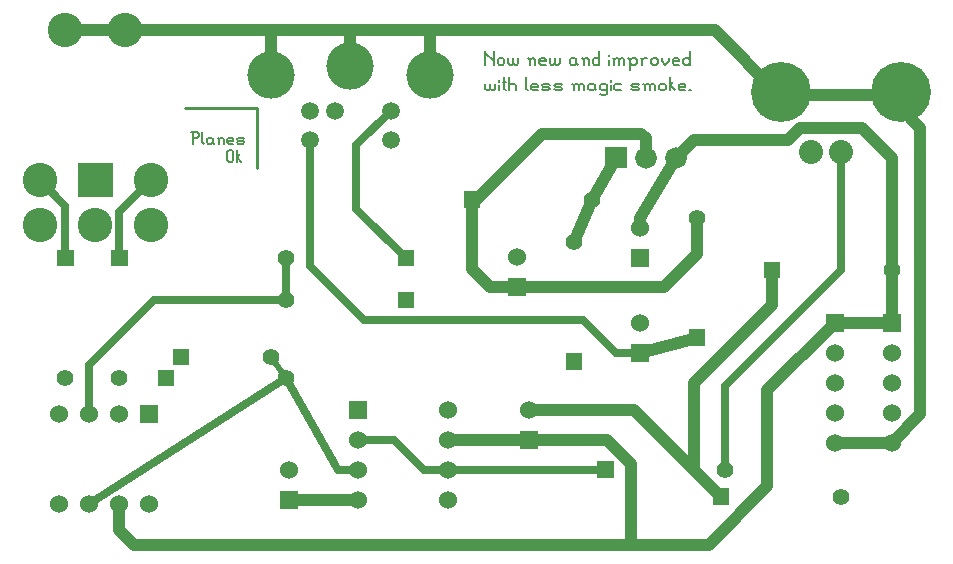
<source format=gbr>
G04 start of page 2 for group 0 idx 0 *
G04 Title: (unknown), component *
G04 Creator: pcb 20110918 *
G04 CreationDate: Fri Dec 20 22:34:44 2013 UTC *
G04 For: fosse *
G04 Format: Gerber/RS-274X *
G04 PCB-Dimensions: 316500 193500 *
G04 PCB-Coordinate-Origin: lower left *
%MOIN*%
%FSLAX25Y25*%
%LNTOP*%
%ADD30C,0.1250*%
%ADD29C,0.0280*%
%ADD28C,0.0380*%
%ADD27C,0.0420*%
%ADD26C,0.0350*%
%ADD25C,0.0860*%
%ADD24C,0.0591*%
%ADD23C,0.1575*%
%ADD22C,0.1150*%
%ADD21C,0.0550*%
%ADD20C,0.0600*%
%ADD19C,0.0720*%
%ADD18C,0.0001*%
%ADD17C,0.0800*%
%ADD16C,0.2000*%
%ADD15C,0.0070*%
%ADD14C,0.0200*%
%ADD13C,0.0100*%
%ADD12C,0.0250*%
%ADD11C,0.0400*%
G54D11*X238500Y181000D02*X22000D01*
X143500D02*Y166008D01*
X143575Y165933D01*
X117000Y169083D02*Y181000D01*
X90425Y165933D02*Y180425D01*
X90500Y180500D01*
G54D12*X119000Y121500D02*Y142736D01*
X130386Y154122D01*
X103614Y144280D02*Y102386D01*
X135500Y105000D02*X119000Y121500D01*
X22000Y105000D02*Y122500D01*
X40000Y120500D02*X50500Y131000D01*
X40000Y105000D02*Y120500D01*
Y105000D02*Y105500D01*
G54D13*X62000Y155000D02*X86000D01*
Y135000D01*
G54D12*X22000Y122500D02*X13500Y131000D01*
G54D11*X213500Y118500D02*X225500Y138500D01*
X232500Y106500D02*Y118500D01*
X174500Y44500D02*X149500D01*
G54D12*X141500Y34500D02*X131500Y44500D01*
X119500D01*
X30000Y23000D02*X95500Y65000D01*
X30000Y53000D02*Y69500D01*
X51500Y91000D01*
X95500D01*
Y105000D02*Y91000D01*
G54D11*X210500Y36500D02*Y10000D01*
X135500Y9500D02*X236500D01*
X176500Y54500D02*X211500D01*
X176500Y44500D02*X202500D01*
X210500Y36500D01*
G54D12*X202000Y34500D02*X141500D01*
X121500Y84500D02*X194500D01*
G54D11*X157500Y101500D02*X163500Y95500D01*
X221500D01*
G54D12*X103614Y102386D02*X121500Y84500D01*
G54D11*X119500Y24500D02*X96500D01*
G54D14*X95500Y65000D02*X90500Y72000D01*
G54D12*X119500Y34500D02*X113000D01*
X95500Y65000D02*X113000Y34500D01*
G54D11*X40000Y23000D02*Y14500D01*
X45000Y9500D01*
X165500D01*
X300500Y159500D02*X260000D01*
X231500Y144500D02*X263000D01*
X267000Y148500D01*
X287500D01*
X260000Y159500D02*X238500Y181000D01*
X297500Y138500D02*Y83500D01*
X278500D02*X297500D01*
X287500Y148500D02*X297500Y138500D01*
G54D12*X280500Y140500D02*Y101000D01*
G54D11*X278500Y83500D02*X256000Y61000D01*
X300500Y159500D02*Y155000D01*
X307000Y148500D01*
Y53000D01*
X159000Y124500D02*X181000Y146500D01*
X157500Y124500D02*X159000D01*
X191500Y110500D02*X197500Y124500D01*
X213500Y115000D02*Y118500D01*
X181000Y146500D02*X214000D01*
X197500Y124500D02*X205500Y138500D01*
X215500Y145000D02*Y138500D01*
X225500D02*X231500Y144500D01*
X214000Y146500D02*X215500Y145000D01*
X157500Y124500D02*Y101500D01*
X307000Y53000D02*X297500Y43500D01*
X213500Y73500D02*X232500Y78500D01*
X221500Y95500D02*X232500Y106500D01*
G54D12*X213500Y73500D02*X205500D01*
X194500Y84500D01*
G54D11*X257500Y89500D02*Y101000D01*
Y89500D02*X231500Y63500D01*
G54D12*X280500Y101000D02*X242000Y62500D01*
G54D11*X236500Y9500D02*X256000Y29000D01*
X211500Y54500D02*X240500Y25500D01*
X231500Y34500D02*X240500Y25500D01*
X256000Y29000D02*Y61000D01*
X231500Y63500D02*Y34500D01*
G54D12*X242000Y62500D02*Y34500D01*
G54D11*X278500Y43500D02*X297500D01*
G54D15*X64495Y147010D02*Y143050D01*
X64000Y147010D02*X65980D01*
X66475Y146515D01*
Y145525D01*
X65980Y145030D02*X66475Y145525D01*
X64495Y145030D02*X65980D01*
X67663Y147010D02*Y143545D01*
X68158Y143050D01*
X70633Y145030D02*X71128Y144535D01*
X69643Y145030D02*X70633D01*
X69148Y144535D02*X69643Y145030D01*
X69148Y144535D02*Y143545D01*
X69643Y143050D01*
X71128Y145030D02*Y143545D01*
X71623Y143050D01*
X69643D02*X70633D01*
X71128Y143545D01*
X73306Y144535D02*Y143050D01*
Y144535D02*X73801Y145030D01*
X74296D01*
X74791Y144535D01*
Y143050D01*
X72811Y145030D02*X73306Y144535D01*
X76474Y143050D02*X77959D01*
X75979Y143545D02*X76474Y143050D01*
X75979Y144535D02*Y143545D01*
Y144535D02*X76474Y145030D01*
X77464D01*
X77959Y144535D01*
X75979Y144040D02*X77959D01*
Y144535D02*Y144040D01*
X79642Y143050D02*X81127D01*
X81622Y143545D01*
X81127Y144040D02*X81622Y143545D01*
X79642Y144040D02*X81127D01*
X79147Y144535D02*X79642Y144040D01*
X79147Y144535D02*X79642Y145030D01*
X81127D01*
X81622Y144535D01*
X79147Y143545D02*X79642Y143050D01*
X76000Y140515D02*Y137545D01*
Y140515D02*X76495Y141010D01*
X77485D01*
X77980Y140515D01*
Y137545D01*
X77485Y137050D02*X77980Y137545D01*
X76495Y137050D02*X77485D01*
X76000Y137545D02*X76495Y137050D01*
X79168Y141010D02*Y137050D01*
Y138535D02*X80653Y137050D01*
X79168Y138535D02*X80158Y139525D01*
X162000Y173890D02*Y169450D01*
Y173890D02*Y173335D01*
X164775Y170560D01*
Y173890D02*Y169450D01*
X166107Y171115D02*Y170005D01*
Y171115D02*X166662Y171670D01*
X167772D01*
X168327Y171115D01*
Y170005D01*
X167772Y169450D02*X168327Y170005D01*
X166662Y169450D02*X167772D01*
X166107Y170005D02*X166662Y169450D01*
X169659Y171670D02*Y170005D01*
X170214Y169450D01*
X170769D01*
X171324Y170005D01*
Y171670D02*Y170005D01*
X171879Y169450D01*
X172434D01*
X172989Y170005D01*
Y171670D02*Y170005D01*
X176874Y171115D02*Y169450D01*
Y171115D02*X177429Y171670D01*
X177984D01*
X178539Y171115D01*
Y169450D01*
X176319Y171670D02*X176874Y171115D01*
X180426Y169450D02*X182091D01*
X179871Y170005D02*X180426Y169450D01*
X179871Y171115D02*Y170005D01*
Y171115D02*X180426Y171670D01*
X181536D01*
X182091Y171115D01*
X179871Y170560D02*X182091D01*
Y171115D02*Y170560D01*
X183423Y171670D02*Y170005D01*
X183978Y169450D01*
X184533D01*
X185088Y170005D01*
Y171670D02*Y170005D01*
X185643Y169450D01*
X186198D01*
X186753Y170005D01*
Y171670D02*Y170005D01*
X191748Y171670D02*X192303Y171115D01*
X190638Y171670D02*X191748D01*
X190083Y171115D02*X190638Y171670D01*
X190083Y171115D02*Y170005D01*
X190638Y169450D01*
X192303Y171670D02*Y170005D01*
X192858Y169450D01*
X190638D02*X191748D01*
X192303Y170005D01*
X194745Y171115D02*Y169450D01*
Y171115D02*X195300Y171670D01*
X195855D01*
X196410Y171115D01*
Y169450D01*
X194190Y171670D02*X194745Y171115D01*
X199962Y173890D02*Y169450D01*
X199407D02*X199962Y170005D01*
X198297Y169450D02*X199407D01*
X197742Y170005D02*X198297Y169450D01*
X197742Y171115D02*Y170005D01*
Y171115D02*X198297Y171670D01*
X199407D01*
X199962Y171115D01*
X203292Y172780D02*Y172225D01*
Y171115D02*Y169450D01*
X204957Y171115D02*Y169450D01*
Y171115D02*X205512Y171670D01*
X206067D01*
X206622Y171115D01*
Y169450D01*
Y171115D02*X207177Y171670D01*
X207732D01*
X208287Y171115D01*
Y169450D01*
X204402Y171670D02*X204957Y171115D01*
X210174D02*Y167785D01*
X209619Y171670D02*X210174Y171115D01*
X210729Y171670D01*
X211839D01*
X212394Y171115D01*
Y170005D01*
X211839Y169450D02*X212394Y170005D01*
X210729Y169450D02*X211839D01*
X210174Y170005D02*X210729Y169450D01*
X214281Y171115D02*Y169450D01*
Y171115D02*X214836Y171670D01*
X215946D01*
X213726D02*X214281Y171115D01*
X217278D02*Y170005D01*
Y171115D02*X217833Y171670D01*
X218943D01*
X219498Y171115D01*
Y170005D01*
X218943Y169450D02*X219498Y170005D01*
X217833Y169450D02*X218943D01*
X217278Y170005D02*X217833Y169450D01*
X220830Y171670D02*Y170560D01*
X221940Y169450D01*
X223050Y170560D01*
Y171670D02*Y170560D01*
X224937Y169450D02*X226602D01*
X224382Y170005D02*X224937Y169450D01*
X224382Y171115D02*Y170005D01*
Y171115D02*X224937Y171670D01*
X226047D01*
X226602Y171115D01*
X224382Y170560D02*X226602D01*
Y171115D02*Y170560D01*
X230154Y173890D02*Y169450D01*
X229599D02*X230154Y170005D01*
X228489Y169450D02*X229599D01*
X227934Y170005D02*X228489Y169450D01*
X227934Y171115D02*Y170005D01*
Y171115D02*X228489Y171670D01*
X229599D01*
X230154Y171115D01*
X162000Y163170D02*Y161505D01*
X162555Y160950D01*
X163110D01*
X163665Y161505D01*
Y163170D02*Y161505D01*
X164220Y160950D01*
X164775D01*
X165330Y161505D01*
Y163170D02*Y161505D01*
X166662Y164280D02*Y163725D01*
Y162615D02*Y160950D01*
X168327Y165390D02*Y161505D01*
X168882Y160950D01*
X167772Y163725D02*X168882D01*
X169992Y165390D02*Y160950D01*
Y162615D02*X170547Y163170D01*
X171657D01*
X172212Y162615D01*
Y160950D01*
X175542Y165390D02*Y161505D01*
X176097Y160950D01*
X177762D02*X179427D01*
X177207Y161505D02*X177762Y160950D01*
X177207Y162615D02*Y161505D01*
Y162615D02*X177762Y163170D01*
X178872D01*
X179427Y162615D01*
X177207Y162060D02*X179427D01*
Y162615D02*Y162060D01*
X181314Y160950D02*X182979D01*
X183534Y161505D01*
X182979Y162060D02*X183534Y161505D01*
X181314Y162060D02*X182979D01*
X180759Y162615D02*X181314Y162060D01*
X180759Y162615D02*X181314Y163170D01*
X182979D01*
X183534Y162615D01*
X180759Y161505D02*X181314Y160950D01*
X185421D02*X187086D01*
X187641Y161505D01*
X187086Y162060D02*X187641Y161505D01*
X185421Y162060D02*X187086D01*
X184866Y162615D02*X185421Y162060D01*
X184866Y162615D02*X185421Y163170D01*
X187086D01*
X187641Y162615D01*
X184866Y161505D02*X185421Y160950D01*
X191526Y162615D02*Y160950D01*
Y162615D02*X192081Y163170D01*
X192636D01*
X193191Y162615D01*
Y160950D01*
Y162615D02*X193746Y163170D01*
X194301D01*
X194856Y162615D01*
Y160950D01*
X190971Y163170D02*X191526Y162615D01*
X197853Y163170D02*X198408Y162615D01*
X196743Y163170D02*X197853D01*
X196188Y162615D02*X196743Y163170D01*
X196188Y162615D02*Y161505D01*
X196743Y160950D01*
X198408Y163170D02*Y161505D01*
X198963Y160950D01*
X196743D02*X197853D01*
X198408Y161505D01*
X201960Y163170D02*X202515Y162615D01*
X200850Y163170D02*X201960D01*
X200295Y162615D02*X200850Y163170D01*
X200295Y162615D02*Y161505D01*
X200850Y160950D01*
X201960D01*
X202515Y161505D01*
X200295Y159840D02*X200850Y159285D01*
X201960D01*
X202515Y159840D01*
Y163170D02*Y159840D01*
X203847Y164280D02*Y163725D01*
Y162615D02*Y160950D01*
X205512Y163170D02*X207177D01*
X204957Y162615D02*X205512Y163170D01*
X204957Y162615D02*Y161505D01*
X205512Y160950D01*
X207177D01*
X211062D02*X212727D01*
X213282Y161505D01*
X212727Y162060D02*X213282Y161505D01*
X211062Y162060D02*X212727D01*
X210507Y162615D02*X211062Y162060D01*
X210507Y162615D02*X211062Y163170D01*
X212727D01*
X213282Y162615D01*
X210507Y161505D02*X211062Y160950D01*
X215169Y162615D02*Y160950D01*
Y162615D02*X215724Y163170D01*
X216279D01*
X216834Y162615D01*
Y160950D01*
Y162615D02*X217389Y163170D01*
X217944D01*
X218499Y162615D01*
Y160950D01*
X214614Y163170D02*X215169Y162615D01*
X219831D02*Y161505D01*
Y162615D02*X220386Y163170D01*
X221496D01*
X222051Y162615D01*
Y161505D01*
X221496Y160950D02*X222051Y161505D01*
X220386Y160950D02*X221496D01*
X219831Y161505D02*X220386Y160950D01*
X223383Y165390D02*Y160950D01*
Y162615D02*X225048Y160950D01*
X223383Y162615D02*X224493Y163725D01*
X226935Y160950D02*X228600D01*
X226380Y161505D02*X226935Y160950D01*
X226380Y162615D02*Y161505D01*
Y162615D02*X226935Y163170D01*
X228045D01*
X228600Y162615D01*
X226380Y162060D02*X228600D01*
Y162615D02*Y162060D01*
X229932Y160950D02*X230487D01*
G54D16*X260500Y160500D03*
X300500D03*
G54D17*X270500Y140500D03*
X280500D03*
G54D18*G36*
X201900Y142100D02*Y134900D01*
X209100D01*
Y142100D01*
X201900D01*
G37*
G54D19*X215500Y138500D03*
X225500D03*
G54D18*G36*
X188750Y73250D02*Y67750D01*
X194250D01*
Y73250D01*
X188750D01*
G37*
G54D20*X176500Y54500D03*
G54D18*G36*
X199250Y37250D02*Y31750D01*
X204750D01*
Y37250D01*
X199250D01*
G37*
G54D21*X242000Y34500D03*
G54D18*G36*
X237750Y28250D02*Y22750D01*
X243250D01*
Y28250D01*
X237750D01*
G37*
G54D21*X197500Y124500D03*
G54D18*G36*
X210500Y108000D02*Y102000D01*
X216500D01*
Y108000D01*
X210500D01*
G37*
G54D20*X213500Y115000D03*
G54D21*X232500Y118500D03*
G54D18*G36*
X254750Y103750D02*Y98250D01*
X260250D01*
Y103750D01*
X254750D01*
G37*
G36*
X294500Y86500D02*Y80500D01*
X300500D01*
Y86500D01*
X294500D01*
G37*
G36*
X229750Y81250D02*Y75750D01*
X235250D01*
Y81250D01*
X229750D01*
G37*
G36*
X210500Y76500D02*Y70500D01*
X216500D01*
Y76500D01*
X210500D01*
G37*
G54D20*X213500Y83500D03*
G54D18*G36*
X275500Y86500D02*Y80500D01*
X281500D01*
Y86500D01*
X275500D01*
G37*
G54D20*X278500Y73500D03*
X297500D03*
G54D21*Y101000D03*
G54D20*Y63500D03*
Y53500D03*
Y43500D03*
X278500Y63500D03*
Y53500D03*
Y43500D03*
G54D21*X280500Y25500D03*
G54D18*G36*
X93500Y27500D02*Y21500D01*
X99500D01*
Y27500D01*
X93500D01*
G37*
G54D20*X20000Y23000D03*
X30000D03*
X40000D03*
X50000D03*
X119500Y24500D03*
X96500Y34500D03*
X119500Y44500D03*
Y34500D03*
G54D18*G36*
X37250Y107750D02*Y102250D01*
X42750D01*
Y107750D01*
X37250D01*
G37*
G36*
X19250D02*Y102250D01*
X24750D01*
Y107750D01*
X19250D01*
G37*
G54D21*X95500Y105000D03*
Y91000D03*
X40000Y65000D03*
G54D18*G36*
X57750Y74750D02*Y69250D01*
X63250D01*
Y74750D01*
X57750D01*
G37*
G54D21*X90500Y72000D03*
X22000Y65000D03*
G54D18*G36*
X52750Y67750D02*Y62250D01*
X58250D01*
Y67750D01*
X52750D01*
G37*
G54D21*X95500Y65000D03*
G54D22*X13500Y116000D03*
X32000D03*
X50500D03*
G54D18*G36*
X47000Y56000D02*Y50000D01*
X53000D01*
Y56000D01*
X47000D01*
G37*
G54D20*X40000Y53000D03*
X30000D03*
X20000D03*
G54D18*G36*
X116500Y57500D02*Y51500D01*
X122500D01*
Y57500D01*
X116500D01*
G37*
G54D22*X22000Y181000D03*
X42000D03*
G54D18*G36*
X26250Y136750D02*Y125250D01*
X37750D01*
Y136750D01*
X26250D01*
G37*
G54D22*X50500Y131000D03*
X13500D03*
G54D23*X117000Y169083D03*
X90425Y165933D03*
G54D24*X103614Y144280D03*
X111882Y154122D03*
X103614D03*
G54D23*X143575Y165933D03*
G54D24*X130386Y154122D03*
Y144280D03*
G54D21*X191500Y110500D03*
G54D18*G36*
X169500Y98500D02*Y92500D01*
X175500D01*
Y98500D01*
X169500D01*
G37*
G54D20*X172500Y105500D03*
G54D18*G36*
X154750Y127250D02*Y121750D01*
X160250D01*
Y127250D01*
X154750D01*
G37*
G36*
X173500Y47500D02*Y41500D01*
X179500D01*
Y47500D01*
X173500D01*
G37*
G54D20*X149500Y24500D03*
Y34500D03*
Y44500D03*
Y54500D03*
G54D18*G36*
X132750Y107750D02*Y102250D01*
X138250D01*
Y107750D01*
X132750D01*
G37*
G36*
Y93750D02*Y88250D01*
X138250D01*
Y93750D01*
X132750D01*
G37*
G54D25*G54D26*G54D27*G54D26*G54D28*G54D26*G54D28*G54D26*G54D28*G54D26*G54D29*G54D26*G54D29*G54D26*G54D25*G54D29*G54D25*G54D30*G54D28*G54D30*G54D28*G54D26*G54D29*G54D26*M02*

</source>
